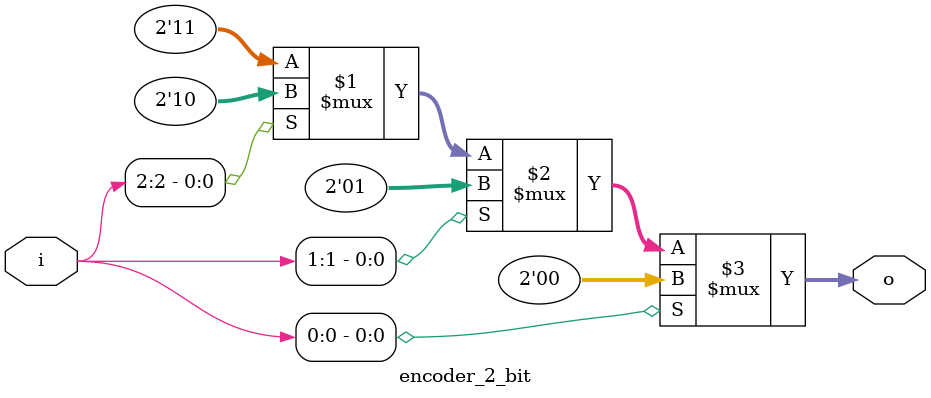
<source format=v>
module encoder_2_bit(i , o);

input [3:0]i;
output [1:0]o;

assign o = i[0] ? 2'b00 : (i[1] ? 2'b01 : (i[2] ? 2'b10 : 2'b11));

endmodule

</source>
